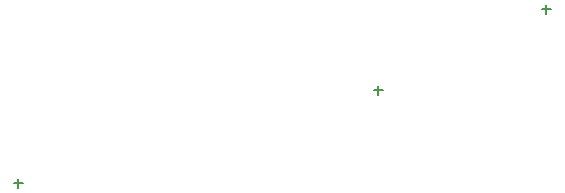
<source format=gbr>
G04*
G04 #@! TF.GenerationSoftware,Altium Limited,Altium Designer,24.9.1 (31)*
G04*
G04 Layer_Color=128*
%FSLAX44Y44*%
%MOMM*%
G71*
G04*
G04 #@! TF.SameCoordinates,B653029B-541F-4617-83FB-ACABD9EDAD60*
G04*
G04*
G04 #@! TF.FilePolarity,Positive*
G04*
G01*
G75*
%ADD36C,0.1270*%
D36*
X852170Y932180D02*
X859790D01*
X855980Y928370D02*
Y935990D01*
X709930Y863600D02*
X717550D01*
X713740Y859790D02*
Y867410D01*
X405384Y784860D02*
X412496D01*
X408940Y781304D02*
Y788416D01*
M02*

</source>
